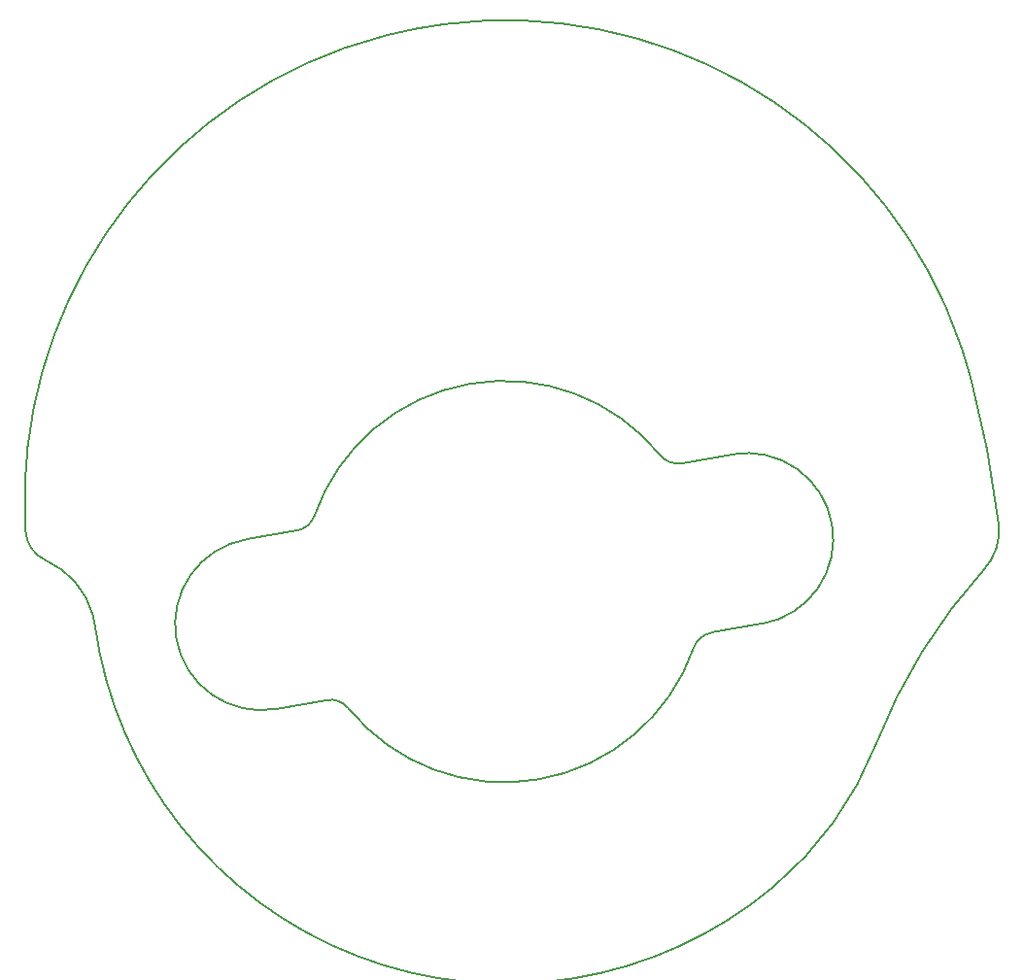
<source format=gko>
G04 Layer_Color=16711935*
%FSTAX24Y24*%
%MOIN*%
G70*
G01*
G75*
%ADD52C,0.0050*%
D52*
X19216Y140659D02*
G03*
X191142Y146477I-000509J002909D01*
G01*
X188661Y146452D02*
G03*
X189408Y146173I000611J000496D01*
G01*
X188661Y146452D02*
G03*
X176808Y144378I-005348J-004343D01*
G01*
X1762Y143862D02*
G03*
X176808Y144378I-000136J000776D01*
G01*
X174466Y143558D02*
G03*
X175484Y137741I000509J-002909D01*
G01*
X177965Y137766D02*
G03*
X177218Y138045I-000611J-000496D01*
G01*
X177965Y137766D02*
G03*
X189818Y13984I005348J004343D01*
G01*
X190426Y140356D02*
G03*
X189818Y13984I000136J-000776D01*
G01*
X169271Y140603D02*
G03*
X169195Y14097I-002858J-000397D01*
G01*
D02*
G03*
X167587Y142838I-002776J-000764D01*
G01*
X166887Y143844D02*
G03*
X167587Y142838I001179J000074D01*
G01*
X199783Y142533D02*
G03*
X200279Y144086I-001459J001321D01*
G01*
X199783Y142533D02*
G03*
X200279Y144086I-001459J001321D01*
G01*
X166887Y143844D02*
G03*
X167587Y142838I001179J000074D01*
G01*
X169195Y14097D02*
G03*
X167587Y142838I-002776J-000764D01*
G01*
X169271Y140603D02*
G03*
X169195Y14097I-002858J-000397D01*
G01*
X190426Y140356D02*
G03*
X189818Y13984I000136J-000776D01*
G01*
X177965Y137766D02*
G03*
X189818Y13984I005348J004343D01*
G01*
X177965Y137766D02*
G03*
X177218Y138045I-000611J-000496D01*
G01*
X174466Y143558D02*
G03*
X175484Y137741I000509J-002909D01*
G01*
X1762Y143862D02*
G03*
X176808Y144378I-000136J000776D01*
G01*
X188661Y146452D02*
G03*
X176808Y144378I-005348J-004343D01*
G01*
X188661Y146452D02*
G03*
X189408Y146173I000611J000496D01*
G01*
X19216Y140659D02*
G03*
X191142Y146477I-000509J002909D01*
G01*
X169271Y140603D02*
G03*
X17826Y129261I014123J001961D01*
G01*
Y129261D02*
G03*
X192539Y131624I005134J013303D01*
G01*
X192539D02*
G03*
X196073Y136537I-007814J009348D01*
G01*
X199783Y142533D02*
G03*
X196073Y136537I014468J-013099D01*
G01*
X199314Y14912D02*
G03*
X199026Y150082I-016151J-004307D01*
G01*
D02*
G03*
X19846Y15155I-015697J-005213D01*
G01*
X200279Y144086D02*
G03*
X199314Y14912I-035704J-004232D01*
G01*
X17781Y160413D02*
G03*
X166876Y144042I00556J-015549D01*
G01*
X19846Y15155D02*
G03*
X181279Y161242I-015098J-006689D01*
G01*
X180313Y161089D02*
G03*
X179314Y16087I003088J-016426D01*
G01*
Y16087D02*
G03*
X17781Y160413I004043J-016036D01*
G01*
X181279Y161242D02*
G03*
X180313Y161089I002124J-016582D01*
G01*
X181279Y161242D02*
G03*
X180313Y161089I002124J-016582D01*
G01*
X179314Y16087D02*
G03*
X17781Y160413I004043J-016036D01*
G01*
X180313Y161089D02*
G03*
X179314Y16087I003088J-016426D01*
G01*
X19846Y15155D02*
G03*
X181279Y161242I-015098J-006689D01*
G01*
X17781Y160413D02*
G03*
X166876Y144042I00556J-015549D01*
G01*
X200279Y144086D02*
G03*
X199314Y14912I-035704J-004232D01*
G01*
X199026Y150082D02*
G03*
X19846Y15155I-015697J-005213D01*
G01*
X199314Y14912D02*
G03*
X199026Y150082I-016151J-004307D01*
G01*
X199783Y142533D02*
G03*
X196073Y136537I014468J-013099D01*
G01*
X192539Y131624D02*
G03*
X196073Y136537I-007814J009348D01*
G01*
X17826Y129261D02*
G03*
X192539Y131624I005134J013303D01*
G01*
X169271Y140603D02*
G03*
X17826Y129261I014123J001961D01*
G01*
X189408Y146173D02*
X191142Y146477D01*
X174466Y143558D02*
X1762Y143862D01*
X175484Y137741D02*
X177218Y138045D01*
X190426Y140356D02*
X19216Y140659D01*
X166876Y144042D02*
X166887Y143844D01*
X166876Y144042D02*
X166887Y143844D01*
X190426Y140356D02*
X19216Y140659D01*
X175484Y137741D02*
X177218Y138045D01*
X174466Y143558D02*
X1762Y143862D01*
X189408Y146173D02*
X191142Y146477D01*
M02*

</source>
